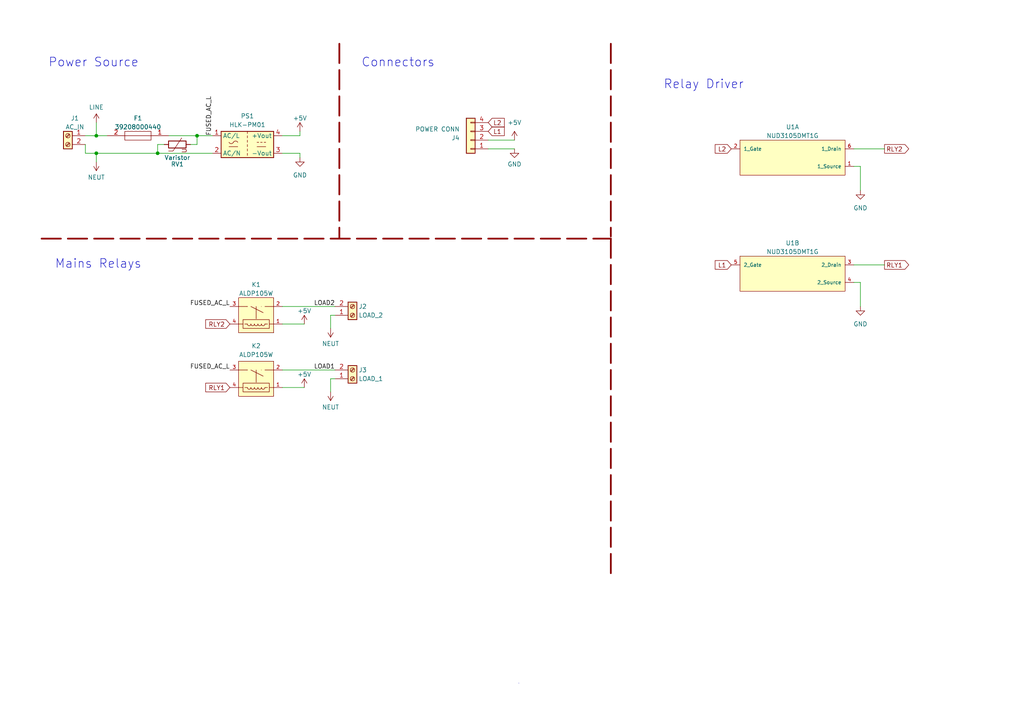
<source format=kicad_sch>
(kicad_sch (version 20210621) (generator eeschema)

  (uuid 2007ab68-364d-4df3-8ec7-a16509b70aef)

  (paper "A4")

  (lib_symbols
    (symbol "Connector:Screw_Terminal_01x02" (pin_names (offset 1.016) hide) (in_bom yes) (on_board yes)
      (property "Reference" "J" (id 0) (at 0 2.54 0)
        (effects (font (size 1.27 1.27)))
      )
      (property "Value" "Screw_Terminal_01x02" (id 1) (at 0 -5.08 0)
        (effects (font (size 1.27 1.27)))
      )
      (property "Footprint" "" (id 2) (at 0 0 0)
        (effects (font (size 1.27 1.27)) hide)
      )
      (property "Datasheet" "~" (id 3) (at 0 0 0)
        (effects (font (size 1.27 1.27)) hide)
      )
      (property "ki_keywords" "screw terminal" (id 4) (at 0 0 0)
        (effects (font (size 1.27 1.27)) hide)
      )
      (property "ki_description" "Generic screw terminal, single row, 01x02, script generated (kicad-library-utils/schlib/autogen/connector/)" (id 5) (at 0 0 0)
        (effects (font (size 1.27 1.27)) hide)
      )
      (property "ki_fp_filters" "TerminalBlock*:*" (id 6) (at 0 0 0)
        (effects (font (size 1.27 1.27)) hide)
      )
      (symbol "Screw_Terminal_01x02_1_1"
        (circle (center 0 -2.54) (radius 0.635) (stroke (width 0.1524)) (fill (type none)))
        (circle (center 0 0) (radius 0.635) (stroke (width 0.1524)) (fill (type none)))
        (rectangle (start -1.27 1.27) (end 1.27 -3.81)
          (stroke (width 0.254)) (fill (type background))
        )
        (polyline
          (pts
            (xy -0.5334 -2.2098)
            (xy 0.3302 -3.048)
          )
          (stroke (width 0.1524)) (fill (type none))
        )
        (polyline
          (pts
            (xy -0.5334 0.3302)
            (xy 0.3302 -0.508)
          )
          (stroke (width 0.1524)) (fill (type none))
        )
        (polyline
          (pts
            (xy -0.3556 -2.032)
            (xy 0.508 -2.8702)
          )
          (stroke (width 0.1524)) (fill (type none))
        )
        (polyline
          (pts
            (xy -0.3556 0.508)
            (xy 0.508 -0.3302)
          )
          (stroke (width 0.1524)) (fill (type none))
        )
        (pin passive line (at -5.08 0 0) (length 3.81)
          (name "Pin_1" (effects (font (size 1.27 1.27))))
          (number "1" (effects (font (size 1.27 1.27))))
        )
        (pin passive line (at -5.08 -2.54 0) (length 3.81)
          (name "Pin_2" (effects (font (size 1.27 1.27))))
          (number "2" (effects (font (size 1.27 1.27))))
        )
      )
    )
    (symbol "Connector_Generic:Conn_01x04" (pin_names (offset 1.016) hide) (in_bom yes) (on_board yes)
      (property "Reference" "J" (id 0) (at 0 5.08 0)
        (effects (font (size 1.27 1.27)))
      )
      (property "Value" "Conn_01x04" (id 1) (at 0 -7.62 0)
        (effects (font (size 1.27 1.27)))
      )
      (property "Footprint" "" (id 2) (at 0 0 0)
        (effects (font (size 1.27 1.27)) hide)
      )
      (property "Datasheet" "~" (id 3) (at 0 0 0)
        (effects (font (size 1.27 1.27)) hide)
      )
      (property "ki_keywords" "connector" (id 4) (at 0 0 0)
        (effects (font (size 1.27 1.27)) hide)
      )
      (property "ki_description" "Generic connector, single row, 01x04, script generated (kicad-library-utils/schlib/autogen/connector/)" (id 5) (at 0 0 0)
        (effects (font (size 1.27 1.27)) hide)
      )
      (property "ki_fp_filters" "Connector*:*_1x??_*" (id 6) (at 0 0 0)
        (effects (font (size 1.27 1.27)) hide)
      )
      (symbol "Conn_01x04_1_1"
        (rectangle (start -1.27 -4.953) (end 0 -5.207)
          (stroke (width 0.1524)) (fill (type none))
        )
        (rectangle (start -1.27 -2.413) (end 0 -2.667)
          (stroke (width 0.1524)) (fill (type none))
        )
        (rectangle (start -1.27 0.127) (end 0 -0.127)
          (stroke (width 0.1524)) (fill (type none))
        )
        (rectangle (start -1.27 2.667) (end 0 2.413)
          (stroke (width 0.1524)) (fill (type none))
        )
        (rectangle (start -1.27 3.81) (end 1.27 -6.35)
          (stroke (width 0.254)) (fill (type background))
        )
        (pin passive line (at -5.08 2.54 0) (length 3.81)
          (name "Pin_1" (effects (font (size 1.27 1.27))))
          (number "1" (effects (font (size 1.27 1.27))))
        )
        (pin passive line (at -5.08 0 0) (length 3.81)
          (name "Pin_2" (effects (font (size 1.27 1.27))))
          (number "2" (effects (font (size 1.27 1.27))))
        )
        (pin passive line (at -5.08 -2.54 0) (length 3.81)
          (name "Pin_3" (effects (font (size 1.27 1.27))))
          (number "3" (effects (font (size 1.27 1.27))))
        )
        (pin passive line (at -5.08 -5.08 0) (length 3.81)
          (name "Pin_4" (effects (font (size 1.27 1.27))))
          (number "4" (effects (font (size 1.27 1.27))))
        )
      )
    )
    (symbol "Converter_ACDC:HLK-PM01" (in_bom yes) (on_board yes)
      (property "Reference" "PS1" (id 0) (at 0 8.255 0)
        (effects (font (size 1.27 1.27)))
      )
      (property "Value" "HLK-PM01" (id 1) (at 0 5.715 0)
        (effects (font (size 1.27 1.27)))
      )
      (property "Footprint" "Converter_ACDC:Converter_ACDC_HiLink_HLK-PMxx" (id 2) (at 0 -7.62 0)
        (effects (font (size 1.27 1.27)) hide)
      )
      (property "Datasheet" "http://www.hlktech.net/product_detail.php?ProId=54" (id 3) (at 10.16 -8.89 0)
        (effects (font (size 1.27 1.27)) hide)
      )
      (property "ki_keywords" "AC/DC module power supply" (id 4) (at 0 0 0)
        (effects (font (size 1.27 1.27)) hide)
      )
      (property "ki_description" "Compact AC/DC board mount power module 3W 5V" (id 5) (at 0 0 0)
        (effects (font (size 1.27 1.27)) hide)
      )
      (property "ki_fp_filters" "Converter*ACDC*HiLink*HLK?PM*" (id 6) (at 0 0 0)
        (effects (font (size 1.27 1.27)) hide)
      )
      (symbol "HLK-PM01_0_1"
        (arc (start -5.334 0.635) (end -4.064 0.635) (radius (at -4.699 0.9652) (length 0.7112) (angles -152.5 -27.5))
          (stroke (width 0)) (fill (type none))
        )
        (arc (start -2.794 0.635) (end -4.064 0.635) (radius (at -3.429 0.2794) (length 0.7366) (angles 29.2 150.8))
          (stroke (width 0)) (fill (type none))
        )
        (rectangle (start -7.62 3.81) (end 7.62 -3.81)
          (stroke (width 0.254)) (fill (type background))
        )
        (polyline
          (pts
            (xy -5.334 -0.635)
            (xy -2.794 -0.635)
          )
          (stroke (width 0)) (fill (type none))
        )
        (polyline
          (pts
            (xy 0 -2.54)
            (xy 0 -3.175)
          )
          (stroke (width 0)) (fill (type none))
        )
        (polyline
          (pts
            (xy 0 -1.27)
            (xy 0 -1.905)
          )
          (stroke (width 0)) (fill (type none))
        )
        (polyline
          (pts
            (xy 0 0)
            (xy 0 -0.635)
          )
          (stroke (width 0)) (fill (type none))
        )
        (polyline
          (pts
            (xy 0 1.27)
            (xy 0 0.635)
          )
          (stroke (width 0)) (fill (type none))
        )
        (polyline
          (pts
            (xy 0 2.54)
            (xy 0 1.905)
          )
          (stroke (width 0)) (fill (type none))
        )
        (polyline
          (pts
            (xy 0 3.81)
            (xy 0 3.175)
          )
          (stroke (width 0)) (fill (type none))
        )
        (polyline
          (pts
            (xy 2.794 -0.635)
            (xy 5.334 -0.635)
          )
          (stroke (width 0)) (fill (type none))
        )
        (polyline
          (pts
            (xy 2.794 0.635)
            (xy 3.302 0.635)
          )
          (stroke (width 0)) (fill (type none))
        )
        (polyline
          (pts
            (xy 3.81 0.635)
            (xy 4.318 0.635)
          )
          (stroke (width 0)) (fill (type none))
        )
        (polyline
          (pts
            (xy 4.826 0.635)
            (xy 5.334 0.635)
          )
          (stroke (width 0)) (fill (type none))
        )
      )
      (symbol "HLK-PM01_1_1"
        (pin power_in line (at -10.16 2.54 0) (length 2.54)
          (name "AC/L" (effects (font (size 1.27 1.27))))
          (number "1" (effects (font (size 1.27 1.27))))
        )
        (pin power_in line (at -10.16 -2.54 0) (length 2.54)
          (name "AC/N" (effects (font (size 1.27 1.27))))
          (number "2" (effects (font (size 1.27 1.27))))
        )
        (pin passive line (at 10.16 -2.54 180) (length 2.54)
          (name "-Vout" (effects (font (size 1.27 1.27))))
          (number "3" (effects (font (size 1.27 1.27))))
        )
        (pin power_out line (at 10.16 2.54 180) (length 2.54)
          (name "+Vout" (effects (font (size 1.27 1.27))))
          (number "4" (effects (font (size 1.27 1.27))))
        )
      )
    )
    (symbol "Device:Varistor" (pin_numbers hide) (pin_names (offset 0)) (in_bom yes) (on_board yes)
      (property "Reference" "RV" (id 0) (at 3.175 0 90)
        (effects (font (size 1.27 1.27)))
      )
      (property "Value" "Varistor" (id 1) (at -3.175 0 90)
        (effects (font (size 1.27 1.27)))
      )
      (property "Footprint" "" (id 2) (at -1.778 0 90)
        (effects (font (size 1.27 1.27)) hide)
      )
      (property "Datasheet" "~" (id 3) (at 0 0 0)
        (effects (font (size 1.27 1.27)) hide)
      )
      (property "ki_keywords" "VDR resistance" (id 4) (at 0 0 0)
        (effects (font (size 1.27 1.27)) hide)
      )
      (property "ki_description" "Voltage dependent resistor" (id 5) (at 0 0 0)
        (effects (font (size 1.27 1.27)) hide)
      )
      (property "ki_fp_filters" "RV_* Varistor*" (id 6) (at 0 0 0)
        (effects (font (size 1.27 1.27)) hide)
      )
      (symbol "Varistor_0_0"
        (text "U" (at -1.778 -2.032 0)
          (effects (font (size 1.27 1.27)))
        )
      )
      (symbol "Varistor_0_1"
        (rectangle (start -1.016 -2.54) (end 1.016 2.54)
          (stroke (width 0.254)) (fill (type none))
        )
        (polyline
          (pts
            (xy -1.905 2.54)
            (xy -1.905 1.27)
            (xy 1.905 -1.27)
          )
          (stroke (width 0)) (fill (type none))
        )
      )
      (symbol "Varistor_1_1"
        (pin passive line (at 0 3.81 270) (length 1.27)
          (name "~" (effects (font (size 1.27 1.27))))
          (number "1" (effects (font (size 1.27 1.27))))
        )
        (pin passive line (at 0 -3.81 90) (length 1.27)
          (name "~" (effects (font (size 1.27 1.27))))
          (number "2" (effects (font (size 1.27 1.27))))
        )
      )
    )
    (symbol "Reptile_Monitor:NUD3105DMT1G" (pin_names (offset 1.016)) (in_bom yes) (on_board yes)
      (property "Reference" "U" (id 0) (at 0 5.08 0)
        (effects (font (size 1.27 1.27)) (justify left))
      )
      (property "Value" "NUD3105DMT1G" (id 1) (at 0 7.62 0)
        (effects (font (size 1.27 1.27)) (justify left))
      )
      (property "Footprint" "ON_Semi-318F-0-0-*" (id 2) (at 0 10.16 0)
        (effects (font (size 1.27 1.27)) (justify left) hide)
      )
      (property "Datasheet" "http://www.onsemi.com/pub_link/Collateral/NUD3105D-D.PDF" (id 3) (at 0 12.7 0)
        (effects (font (size 1.27 1.27)) (justify left) hide)
      )
      (property "Current - Output (Max)" "300mA" (id 4) (at 0 15.24 0)
        (effects (font (size 1.27 1.27)) (justify left) hide)
      )
      (property "Voltage - Load" "6V (Max)" (id 5) (at 0 17.78 0)
        (effects (font (size 1.27 1.27)) (justify left) hide)
      )
      (property "category" "IC" (id 6) (at 0 20.32 0)
        (effects (font (size 1.27 1.27)) (justify left) hide)
      )
      (property "digikey description" "IC INDCT LOAD DRVR DUAL SC74-6" (id 7) (at 0 22.86 0)
        (effects (font (size 1.27 1.27)) (justify left) hide)
      )
      (property "digikey part number" "NUD3105DMT1GOSCT-ND" (id 8) (at 0 25.4 0)
        (effects (font (size 1.27 1.27)) (justify left) hide)
      )
      (property "lead free" "yes" (id 9) (at 0 27.94 0)
        (effects (font (size 1.27 1.27)) (justify left) hide)
      )
      (property "library id" "2e5d76ba3a90d6c9" (id 10) (at 0 30.48 0)
        (effects (font (size 1.27 1.27)) (justify left) hide)
      )
      (property "manufacturer" "ON Semi" (id 11) (at 0 33.02 0)
        (effects (font (size 1.27 1.27)) (justify left) hide)
      )
      (property "mouser part number" "863-NUD3105DMT1G" (id 12) (at 0 35.56 0)
        (effects (font (size 1.27 1.27)) (justify left) hide)
      )
      (property "package" "SC-74-6" (id 13) (at 0 38.1 0)
        (effects (font (size 1.27 1.27)) (justify left) hide)
      )
      (property "rohs" "yes" (id 14) (at 0 40.64 0)
        (effects (font (size 1.27 1.27)) (justify left) hide)
      )
      (property "temperature range high" "+85°C" (id 15) (at 0 43.18 0)
        (effects (font (size 1.27 1.27)) (justify left) hide)
      )
      (property "temperature range low" "-40°C" (id 16) (at 0 45.72 0)
        (effects (font (size 1.27 1.27)) (justify left) hide)
      )
      (property "voltage" "6V" (id 17) (at 0 48.26 0)
        (effects (font (size 1.27 1.27)) (justify left) hide)
      )
      (property "ki_locked" "" (id 18) (at 0 0 0)
        (effects (font (size 1.27 1.27)))
      )
      (symbol "NUD3105DMT1G_1_1"
        (rectangle (start 5.08 2.54) (end 35.56 -7.62)
          (stroke (width 0)) (fill (type background))
        )
        (pin unspecified line (at 38.1 -5.08 180) (length 2.54)
          (name "1_Source" (effects (font (size 1.016 1.016))))
          (number "1" (effects (font (size 1.016 1.016))))
        )
        (pin unspecified line (at 2.54 0 0) (length 2.54)
          (name "1_Gate" (effects (font (size 1.016 1.016))))
          (number "2" (effects (font (size 1.016 1.016))))
        )
        (pin unspecified line (at 38.1 0 180) (length 2.54)
          (name "1_Drain" (effects (font (size 1.016 1.016))))
          (number "6" (effects (font (size 1.016 1.016))))
        )
      )
      (symbol "NUD3105DMT1G_2_1"
        (rectangle (start 5.08 2.54) (end 35.56 -7.62)
          (stroke (width 0)) (fill (type background))
        )
        (pin unspecified line (at 38.1 0 180) (length 2.54)
          (name "2_Drain" (effects (font (size 1.016 1.016))))
          (number "3" (effects (font (size 1.016 1.016))))
        )
        (pin unspecified line (at 38.1 -5.08 180) (length 2.54)
          (name "2_Source" (effects (font (size 1.016 1.016))))
          (number "4" (effects (font (size 1.016 1.016))))
        )
        (pin unspecified line (at 2.54 0 0) (length 2.54)
          (name "2_Gate" (effects (font (size 1.016 1.016))))
          (number "5" (effects (font (size 1.016 1.016))))
        )
      )
    )
    (symbol "SamacSys_Parts:39215000000" (pin_names (offset 0.762)) (in_bom yes) (on_board yes)
      (property "Reference" "F" (id 0) (at 13.97 6.35 0)
        (effects (font (size 1.27 1.27)) (justify left))
      )
      (property "Value" "39215000000" (id 1) (at 13.97 3.81 0)
        (effects (font (size 1.27 1.27)) (justify left))
      )
      (property "Footprint" "TO508P400X850X850-2P" (id 2) (at 13.97 1.27 0)
        (effects (font (size 1.27 1.27)) (justify left) hide)
      )
      (property "Datasheet" "https://componentsearchengine.com/Datasheets/1/39215000000.pdf" (id 3) (at 13.97 -1.27 0)
        (effects (font (size 1.27 1.27)) (justify left) hide)
      )
      (property "Description" "Fuses with Leads (Through Hole) 250V 5A IEC TL TE5" (id 4) (at 13.97 -3.81 0)
        (effects (font (size 1.27 1.27)) (justify left) hide)
      )
      (property "Height" "4" (id 5) (at 13.97 -6.35 0)
        (effects (font (size 1.27 1.27)) (justify left) hide)
      )
      (property "Mouser Part Number" "576-39215000000" (id 6) (at 13.97 -8.89 0)
        (effects (font (size 1.27 1.27)) (justify left) hide)
      )
      (property "Mouser Price/Stock" "https://www.mouser.com/Search/Refine.aspx?Keyword=576-39215000000" (id 7) (at 13.97 -11.43 0)
        (effects (font (size 1.27 1.27)) (justify left) hide)
      )
      (property "Manufacturer_Name" "LITTELFUSE" (id 8) (at 13.97 -13.97 0)
        (effects (font (size 1.27 1.27)) (justify left) hide)
      )
      (property "Manufacturer_Part_Number" "39215000000" (id 9) (at 13.97 -16.51 0)
        (effects (font (size 1.27 1.27)) (justify left) hide)
      )
      (property "ki_description" "Fuses with Leads (Through Hole) 250V 5A IEC TL TE5" (id 10) (at 0 0 0)
        (effects (font (size 1.27 1.27)) hide)
      )
      (symbol "39215000000_0_0"
        (pin passive line (at 0 0 0) (length 5.08)
          (name "~" (effects (font (size 1.27 1.27))))
          (number "1" (effects (font (size 1.27 1.27))))
        )
        (pin passive line (at 17.78 0 180) (length 5.08)
          (name "~" (effects (font (size 1.27 1.27))))
          (number "2" (effects (font (size 1.27 1.27))))
        )
      )
      (symbol "39215000000_0_1"
        (polyline
          (pts
            (xy 5.08 0)
            (xy 12.7 0)
          )
          (stroke (width 0.1524)) (fill (type none))
        )
        (polyline
          (pts
            (xy 5.08 1.27)
            (xy 12.7 1.27)
            (xy 12.7 -1.27)
            (xy 5.08 -1.27)
            (xy 5.08 1.27)
          )
          (stroke (width 0.1524)) (fill (type none))
        )
      )
    )
    (symbol "power:+5V" (power) (pin_names (offset 0)) (in_bom yes) (on_board yes)
      (property "Reference" "#PWR" (id 0) (at 0 -3.81 0)
        (effects (font (size 1.27 1.27)) hide)
      )
      (property "Value" "+5V" (id 1) (at 0 3.556 0)
        (effects (font (size 1.27 1.27)))
      )
      (property "Footprint" "" (id 2) (at 0 0 0)
        (effects (font (size 1.27 1.27)) hide)
      )
      (property "Datasheet" "" (id 3) (at 0 0 0)
        (effects (font (size 1.27 1.27)) hide)
      )
      (property "ki_keywords" "power-flag" (id 4) (at 0 0 0)
        (effects (font (size 1.27 1.27)) hide)
      )
      (property "ki_description" "Power symbol creates a global label with name \"+5V\"" (id 5) (at 0 0 0)
        (effects (font (size 1.27 1.27)) hide)
      )
      (symbol "+5V_0_1"
        (polyline
          (pts
            (xy -0.762 1.27)
            (xy 0 2.54)
          )
          (stroke (width 0)) (fill (type none))
        )
        (polyline
          (pts
            (xy 0 0)
            (xy 0 2.54)
          )
          (stroke (width 0)) (fill (type none))
        )
        (polyline
          (pts
            (xy 0 2.54)
            (xy 0.762 1.27)
          )
          (stroke (width 0)) (fill (type none))
        )
      )
      (symbol "+5V_1_1"
        (pin power_in line (at 0 0 90) (length 0) hide
          (name "+5V" (effects (font (size 1.27 1.27))))
          (number "1" (effects (font (size 1.27 1.27))))
        )
      )
    )
    (symbol "power:GND" (power) (pin_names (offset 0)) (in_bom yes) (on_board yes)
      (property "Reference" "#PWR" (id 0) (at 0 -6.35 0)
        (effects (font (size 1.27 1.27)) hide)
      )
      (property "Value" "GND" (id 1) (at 0 -3.81 0)
        (effects (font (size 1.27 1.27)))
      )
      (property "Footprint" "" (id 2) (at 0 0 0)
        (effects (font (size 1.27 1.27)) hide)
      )
      (property "Datasheet" "" (id 3) (at 0 0 0)
        (effects (font (size 1.27 1.27)) hide)
      )
      (property "ki_keywords" "power-flag" (id 4) (at 0 0 0)
        (effects (font (size 1.27 1.27)) hide)
      )
      (property "ki_description" "Power symbol creates a global label with name \"GND\" , ground" (id 5) (at 0 0 0)
        (effects (font (size 1.27 1.27)) hide)
      )
      (symbol "GND_0_1"
        (polyline
          (pts
            (xy 0 0)
            (xy 0 -1.27)
            (xy 1.27 -1.27)
            (xy 0 -2.54)
            (xy -1.27 -1.27)
            (xy 0 -1.27)
          )
          (stroke (width 0)) (fill (type none))
        )
      )
      (symbol "GND_1_1"
        (pin power_in line (at 0 0 270) (length 0) hide
          (name "GND" (effects (font (size 1.27 1.27))))
          (number "1" (effects (font (size 1.27 1.27))))
        )
      )
    )
    (symbol "power:LINE" (power) (pin_names (offset 0)) (in_bom yes) (on_board yes)
      (property "Reference" "#PWR" (id 0) (at 0 -3.81 0)
        (effects (font (size 1.27 1.27)) hide)
      )
      (property "Value" "LINE" (id 1) (at 0 3.81 0)
        (effects (font (size 1.27 1.27)))
      )
      (property "Footprint" "" (id 2) (at 0 0 0)
        (effects (font (size 1.27 1.27)) hide)
      )
      (property "Datasheet" "" (id 3) (at 0 0 0)
        (effects (font (size 1.27 1.27)) hide)
      )
      (property "ki_keywords" "power-flag" (id 4) (at 0 0 0)
        (effects (font (size 1.27 1.27)) hide)
      )
      (property "ki_description" "Power symbol creates a global label with name \"LINE\"" (id 5) (at 0 0 0)
        (effects (font (size 1.27 1.27)) hide)
      )
      (symbol "LINE_0_1"
        (polyline
          (pts
            (xy -0.762 1.27)
            (xy 0 2.54)
          )
          (stroke (width 0)) (fill (type none))
        )
        (polyline
          (pts
            (xy 0 0)
            (xy 0 2.54)
          )
          (stroke (width 0)) (fill (type none))
        )
        (polyline
          (pts
            (xy 0 2.54)
            (xy 0.762 1.27)
          )
          (stroke (width 0)) (fill (type none))
        )
      )
      (symbol "LINE_1_1"
        (pin power_in line (at 0 0 90) (length 0) hide
          (name "LINE" (effects (font (size 1.27 1.27))))
          (number "1" (effects (font (size 1.27 1.27))))
        )
      )
    )
    (symbol "power:NEUT" (power) (pin_names (offset 0)) (in_bom yes) (on_board yes)
      (property "Reference" "#PWR" (id 0) (at 0 -3.81 0)
        (effects (font (size 1.27 1.27)) hide)
      )
      (property "Value" "NEUT" (id 1) (at 0 3.81 0)
        (effects (font (size 1.27 1.27)))
      )
      (property "Footprint" "" (id 2) (at 0 0 0)
        (effects (font (size 1.27 1.27)) hide)
      )
      (property "Datasheet" "" (id 3) (at 0 0 0)
        (effects (font (size 1.27 1.27)) hide)
      )
      (property "ki_keywords" "power-flag" (id 4) (at 0 0 0)
        (effects (font (size 1.27 1.27)) hide)
      )
      (property "ki_description" "Power symbol creates a global label with name \"NEUT\"" (id 5) (at 0 0 0)
        (effects (font (size 1.27 1.27)) hide)
      )
      (symbol "NEUT_0_1"
        (polyline
          (pts
            (xy -0.762 1.27)
            (xy 0 2.54)
          )
          (stroke (width 0)) (fill (type none))
        )
        (polyline
          (pts
            (xy 0 0)
            (xy 0 2.54)
          )
          (stroke (width 0)) (fill (type none))
        )
        (polyline
          (pts
            (xy 0 2.54)
            (xy 0.762 1.27)
          )
          (stroke (width 0)) (fill (type none))
        )
      )
      (symbol "NEUT_1_1"
        (pin power_in line (at 0 0 90) (length 0) hide
          (name "NEUT" (effects (font (size 1.27 1.27))))
          (number "1" (effects (font (size 1.27 1.27))))
        )
      )
    )
    (symbol "reptile-monitor-power:ALDP105W" (pin_names (offset 1.016)) (in_bom yes) (on_board yes)
      (property "Reference" "K" (id 0) (at 0 5.08 0)
        (effects (font (size 1.27 1.27)) (justify left))
      )
      (property "Value" "ALDP105W" (id 1) (at 0 7.62 0)
        (effects (font (size 1.27 1.27)) (justify left))
      )
      (property "Footprint" "reptile-monitor-power:Panasonic-ALDP105W-Manufacturer_Recommended" (id 2) (at 0 10.16 0)
        (effects (font (size 1.27 1.27)) (justify left) hide)
      )
      (property "Datasheet" "http://www3.panasonic.biz/ac/e_download/control/relay/power/catalog/mech_eng_ldp.pdf?f_cd=300242" (id 3) (at 0 12.7 0)
        (effects (font (size 1.27 1.27)) (justify left) hide)
      )
      (property "Coil Voltage" "5 V" (id 4) (at 0 15.24 0)
        (effects (font (size 1.27 1.27)) (justify left) hide)
      )
      (property "Component Link 1 Description" "Manufacturer URL" (id 5) (at 0 17.78 0)
        (effects (font (size 1.27 1.27)) (justify left) hide)
      )
      (property "Component Link 1 URL" "http://www3.panasonic.biz/ac/ae/index.jsp" (id 6) (at 0 20.32 0)
        (effects (font (size 1.27 1.27)) (justify left) hide)
      )
      (property "Component Link 3 Description" "Package Specification" (id 7) (at 0 22.86 0)
        (effects (font (size 1.27 1.27)) (justify left) hide)
      )
      (property "Component Link 3 URL" "http://www3.panasonic.biz/ac/e_download/control/relay/power/catalog/mech_eng_ldp.pdf?f_cd=300242" (id 8) (at 0 25.4 0)
        (effects (font (size 1.27 1.27)) (justify left) hide)
      )
      (property "Datasheet Version" "201402-T" (id 9) (at 0 27.94 0)
        (effects (font (size 1.27 1.27)) (justify left) hide)
      )
      (property "Electrical Life" "2x10^5" (id 10) (at 0 30.48 0)
        (effects (font (size 1.27 1.27)) (justify left) hide)
      )
      (property "Max Switching Current" "5 A AC, 3 A DC" (id 11) (at 0 33.02 0)
        (effects (font (size 1.27 1.27)) (justify left) hide)
      )
      (property "Max Switching Voltage" "277 V AC, 30 V DC" (id 12) (at 0 35.56 0)
        (effects (font (size 1.27 1.27)) (justify left) hide)
      )
      (property "Mechanical LifeMinoperation" "5x10^6" (id 13) (at 0 38.1 0)
        (effects (font (size 1.27 1.27)) (justify left) hide)
      )
      (property "Mounting Technology" "Through Hole" (id 14) (at 0 40.64 0)
        (effects (font (size 1.27 1.27)) (justify left) hide)
      )
      (property "Nominal Operating Power" "200 mW" (id 15) (at 0 43.18 0)
        (effects (font (size 1.27 1.27)) (justify left) hide)
      )
      (property "Package Description" "4-Pin Through Hole Terminal Package, Body 20.5 x 7.2 mm" (id 16) (at 0 45.72 0)
        (effects (font (size 1.27 1.27)) (justify left) hide)
      )
      (property "Package Version" "ASCTB193E, 02/2014" (id 17) (at 0 48.26 0)
        (effects (font (size 1.27 1.27)) (justify left) hide)
      )
      (property "Packing" "Carton, Case" (id 18) (at 0 50.8 0)
        (effects (font (size 1.27 1.27)) (justify left) hide)
      )
      (property "Pb  Free" "true" (id 19) (at 0 53.34 0)
        (effects (font (size 1.27 1.27)) (justify left) hide)
      )
      (property "Series" "LD-P Relays" (id 20) (at 0 55.88 0)
        (effects (font (size 1.27 1.27)) (justify left) hide)
      )
      (property "category" "Relay" (id 21) (at 0 58.42 0)
        (effects (font (size 1.27 1.27)) (justify left) hide)
      )
      (property "ciiva ids" "4356012" (id 22) (at 0 60.96 0)
        (effects (font (size 1.27 1.27)) (justify left) hide)
      )
      (property "library id" "54a375f99aeb0b2c" (id 23) (at 0 63.5 0)
        (effects (font (size 1.27 1.27)) (justify left) hide)
      )
      (property "manufacturer" "Panasonic" (id 24) (at 0 66.04 0)
        (effects (font (size 1.27 1.27)) (justify left) hide)
      )
      (property "package" "LD-P-4-2050x720x1530" (id 25) (at 0 68.58 0)
        (effects (font (size 1.27 1.27)) (justify left) hide)
      )
      (property "release date" "1421726836" (id 26) (at 0 71.12 0)
        (effects (font (size 1.27 1.27)) (justify left) hide)
      )
      (property "vault revision" "454ADD16-59C6-4D2E-B291-852216FCC6FE" (id 27) (at 0 73.66 0)
        (effects (font (size 1.27 1.27)) (justify left) hide)
      )
      (property "imported" "yes" (id 28) (at 0 76.2 0)
        (effects (font (size 1.27 1.27)) (justify left) hide)
      )
      (symbol "ALDP105W_1_1"
        (arc (start 8.636 -5.08) (end 8.636 -5.08) (radius (at 8.128 -5.08) (length 0.508) (angles 0 0))
          (stroke (width 0)) (fill (type none))
        )
        (arc (start 8.636 0) (end 7.62 0) (radius (at 8.128 0) (length 0.508) (angles 0 179.9))
          (stroke (width 0)) (fill (type none))
        )
        (arc (start 9.652 0) (end 8.636 0) (radius (at 9.144 0) (length 0.508) (angles 0 179.9))
          (stroke (width 0)) (fill (type none))
        )
        (arc (start 10.668 0) (end 9.652 0) (radius (at 10.16 0) (length 0.508) (angles 0 179.9))
          (stroke (width 0)) (fill (type none))
        )
        (arc (start 11.684 0) (end 10.668 0) (radius (at 11.176 0) (length 0.508) (angles 0 179.9))
          (stroke (width 0)) (fill (type none))
        )
        (arc (start 12.7 -5.08) (end 12.7 -5.08) (radius (at 12.192 -5.08) (length 0.508) (angles 0 0))
          (stroke (width 0)) (fill (type none))
        )
        (arc (start 12.7 0) (end 11.684 0) (radius (at 12.192 0) (length 0.508) (angles 0 179.9))
          (stroke (width 0)) (fill (type none))
        )
        (rectangle (start 5.08 2.54) (end 15.24 -7.62)
          (stroke (width 0)) (fill (type background))
        )
        (rectangle (start 6.35 1.27) (end 13.97 -1.27)
          (stroke (width 0)) (fill (type background))
        )
        (polyline
          (pts
            (xy 5.08 0)
            (xy 6.35 0)
          )
          (stroke (width 0)) (fill (type none))
        )
        (polyline
          (pts
            (xy 6.858 0)
            (xy 7.62 0)
          )
          (stroke (width 0)) (fill (type none))
        )
        (polyline
          (pts
            (xy 7.62 -5.08)
            (xy 5.08 -5.08)
          )
          (stroke (width 0)) (fill (type none))
        )
        (polyline
          (pts
            (xy 8.128 -3.302)
            (xy 11.684 -5.08)
          )
          (stroke (width 0)) (fill (type none))
        )
        (polyline
          (pts
            (xy 10.16 -1.524)
            (xy 10.16 -5.08)
          )
          (stroke (width 0)) (fill (type none))
        )
        (polyline
          (pts
            (xy 12.7 -5.08)
            (xy 15.24 -5.08)
          )
          (stroke (width 0)) (fill (type none))
        )
        (polyline
          (pts
            (xy 12.7 0)
            (xy 13.462 0)
          )
          (stroke (width 0)) (fill (type none))
        )
        (polyline
          (pts
            (xy 13.97 0)
            (xy 15.24 0)
          )
          (stroke (width 0)) (fill (type none))
        )
        (pin passive line (at 2.54 0 0) (length 2.54)
          (name "1" (effects (font (size 0 0))))
          (number "1" (effects (font (size 1.016 1.016))))
        )
        (pin passive line (at 2.54 -5.08 0) (length 2.54)
          (name "NO" (effects (font (size 0 0))))
          (number "2" (effects (font (size 1.016 1.016))))
        )
        (pin passive line (at 17.78 -5.08 180) (length 2.54)
          (name "COM" (effects (font (size 0 0))))
          (number "3" (effects (font (size 1.016 1.016))))
        )
        (pin passive line (at 17.78 0 180) (length 2.54)
          (name "4" (effects (font (size 0 0))))
          (number "4" (effects (font (size 1.016 1.016))))
        )
      )
    )
  )

  (junction (at 27.94 39.37) (diameter 0.9144) (color 0 0 0 0))
  (junction (at 27.94 44.45) (diameter 0.9144) (color 0 0 0 0))
  (junction (at 45.72 44.45) (diameter 0.9144) (color 0 0 0 0))
  (junction (at 57.15 39.37) (diameter 0.9144) (color 0 0 0 0))

  (wire (pts (xy 24.765 39.37) (xy 27.94 39.37))
    (stroke (width 0) (type solid) (color 0 0 0 0))
    (uuid 9d999270-465e-443c-a2a7-0a28eeebc50c)
  )
  (wire (pts (xy 24.765 41.91) (xy 24.765 44.45))
    (stroke (width 0) (type solid) (color 0 0 0 0))
    (uuid f244d122-94fd-448d-99d2-2642ee6ed7ed)
  )
  (wire (pts (xy 24.765 44.45) (xy 27.94 44.45))
    (stroke (width 0) (type solid) (color 0 0 0 0))
    (uuid f69afcf7-55d6-49c2-b14a-1e50deb6b97a)
  )
  (wire (pts (xy 27.94 35.56) (xy 27.94 39.37))
    (stroke (width 0) (type solid) (color 0 0 0 0))
    (uuid 635ac8db-aeec-438d-b121-cfe2841417c1)
  )
  (wire (pts (xy 27.94 39.37) (xy 31.115 39.37))
    (stroke (width 0) (type solid) (color 0 0 0 0))
    (uuid c577331d-839c-4cb9-9c53-028445bfeddd)
  )
  (wire (pts (xy 27.94 44.45) (xy 45.72 44.45))
    (stroke (width 0) (type solid) (color 0 0 0 0))
    (uuid f69afcf7-55d6-49c2-b14a-1e50deb6b97a)
  )
  (wire (pts (xy 27.94 46.99) (xy 27.94 44.45))
    (stroke (width 0) (type solid) (color 0 0 0 0))
    (uuid 88a65f71-ccec-484f-b61f-4ebdf028b27a)
  )
  (wire (pts (xy 45.72 41.91) (xy 45.72 44.45))
    (stroke (width 0) (type solid) (color 0 0 0 0))
    (uuid 63368ec8-978c-48de-b5a9-526e435311c8)
  )
  (wire (pts (xy 45.72 44.45) (xy 61.595 44.45))
    (stroke (width 0) (type solid) (color 0 0 0 0))
    (uuid f69afcf7-55d6-49c2-b14a-1e50deb6b97a)
  )
  (wire (pts (xy 47.625 41.91) (xy 45.72 41.91))
    (stroke (width 0) (type solid) (color 0 0 0 0))
    (uuid 9da5a56e-794f-4b02-ae1e-ec18543dd3ca)
  )
  (wire (pts (xy 48.895 39.37) (xy 57.15 39.37))
    (stroke (width 0) (type solid) (color 0 0 0 0))
    (uuid c68fe58c-4792-4c63-9279-0112c321d5a5)
  )
  (wire (pts (xy 57.15 39.37) (xy 57.15 41.91))
    (stroke (width 0) (type solid) (color 0 0 0 0))
    (uuid 086ed5a0-5eb4-47d1-b52e-5d52f3984e25)
  )
  (wire (pts (xy 57.15 39.37) (xy 61.595 39.37))
    (stroke (width 0) (type solid) (color 0 0 0 0))
    (uuid 2f007b6f-54ed-4957-ac26-cc190b93fa81)
  )
  (wire (pts (xy 57.15 41.91) (xy 55.245 41.91))
    (stroke (width 0) (type solid) (color 0 0 0 0))
    (uuid 9137dc92-6a3b-4d4d-b586-8ffd0104c245)
  )
  (wire (pts (xy 81.915 39.37) (xy 86.995 39.37))
    (stroke (width 0) (type solid) (color 0 0 0 0))
    (uuid 4a946678-9aa5-42bb-adf9-c399c20062b5)
  )
  (wire (pts (xy 81.915 44.45) (xy 86.995 44.45))
    (stroke (width 0) (type solid) (color 0 0 0 0))
    (uuid 9d16f185-1604-4af5-9b7f-1341ac54c91e)
  )
  (wire (pts (xy 81.915 88.9) (xy 97.155 88.9))
    (stroke (width 0) (type solid) (color 0 0 0 0))
    (uuid 70b81f19-e9f8-45d2-a667-a00029d7debc)
  )
  (wire (pts (xy 81.915 93.98) (xy 88.265 93.98))
    (stroke (width 0) (type solid) (color 0 0 0 0))
    (uuid 1d1d057a-6f5e-4946-86fb-a7fa3846a882)
  )
  (wire (pts (xy 81.915 107.315) (xy 97.155 107.315))
    (stroke (width 0) (type solid) (color 0 0 0 0))
    (uuid 78c579da-6cf1-4a64-beb6-1d3dc1f4ae31)
  )
  (wire (pts (xy 81.915 112.395) (xy 88.265 112.395))
    (stroke (width 0) (type solid) (color 0 0 0 0))
    (uuid 64369016-b772-4c25-bd71-3c41b51f3ad3)
  )
  (wire (pts (xy 86.995 38.1) (xy 86.995 39.37))
    (stroke (width 0) (type solid) (color 0 0 0 0))
    (uuid a251281a-652b-4331-b2dd-ee1fd8001015)
  )
  (wire (pts (xy 86.995 44.45) (xy 86.995 45.72))
    (stroke (width 0) (type solid) (color 0 0 0 0))
    (uuid 0e0e709c-5cb3-4ce8-8413-710d705bd544)
  )
  (wire (pts (xy 95.885 91.44) (xy 97.155 91.44))
    (stroke (width 0) (type solid) (color 0 0 0 0))
    (uuid dd8a4b05-294e-4aaf-b0c7-93ff4128a3d8)
  )
  (wire (pts (xy 95.885 95.25) (xy 95.885 91.44))
    (stroke (width 0) (type solid) (color 0 0 0 0))
    (uuid dd8a4b05-294e-4aaf-b0c7-93ff4128a3d8)
  )
  (wire (pts (xy 95.885 109.855) (xy 95.885 113.665))
    (stroke (width 0) (type solid) (color 0 0 0 0))
    (uuid 79f68e6f-f1b1-41f5-a31b-ac47dcb07780)
  )
  (wire (pts (xy 97.155 109.855) (xy 95.885 109.855))
    (stroke (width 0) (type solid) (color 0 0 0 0))
    (uuid 79f68e6f-f1b1-41f5-a31b-ac47dcb07780)
  )
  (wire (pts (xy 141.605 40.64) (xy 149.225 40.64))
    (stroke (width 0) (type solid) (color 0 0 0 0))
    (uuid 0e12e3b0-9abd-4b1e-9f23-3b05b14b31da)
  )
  (wire (pts (xy 141.605 43.18) (xy 149.225 43.18))
    (stroke (width 0) (type solid) (color 0 0 0 0))
    (uuid ea73500a-09cf-43c4-b6a2-a25720526731)
  )
  (wire (pts (xy 247.65 43.18) (xy 256.54 43.18))
    (stroke (width 0) (type solid) (color 0 0 0 0))
    (uuid 6891c277-6f02-49f8-8513-b6c0df4e3d2a)
  )
  (wire (pts (xy 247.65 48.26) (xy 249.555 48.26))
    (stroke (width 0) (type solid) (color 0 0 0 0))
    (uuid 98ca9943-4d9f-4656-95fc-023e5971e402)
  )
  (wire (pts (xy 247.65 76.835) (xy 256.54 76.835))
    (stroke (width 0) (type solid) (color 0 0 0 0))
    (uuid 40bede40-ec58-4d40-820c-f57a07df2ec4)
  )
  (wire (pts (xy 247.65 81.915) (xy 249.555 81.915))
    (stroke (width 0) (type solid) (color 0 0 0 0))
    (uuid bbfda308-ea80-46e6-b61d-1e59438b53b6)
  )
  (wire (pts (xy 249.555 48.26) (xy 249.555 55.245))
    (stroke (width 0) (type solid) (color 0 0 0 0))
    (uuid b0c41a1a-9d57-4611-957e-2edce44bae0f)
  )
  (wire (pts (xy 249.555 81.915) (xy 249.555 88.9))
    (stroke (width 0) (type solid) (color 0 0 0 0))
    (uuid 9b054b2c-d514-45cd-bd39-c521b7eacb8d)
  )
  (polyline (pts (xy 12.065 69.215) (xy 177.165 69.215))
    (stroke (width 0.508) (type dash) (color 132 0 0 1))
    (uuid b36af30d-1ba4-446b-8568-3cb1f5c252e2)
  )
  (polyline (pts (xy 98.425 12.7) (xy 98.425 69.215))
    (stroke (width 0.508) (type dash) (color 132 0 0 1))
    (uuid a6b65d02-93ae-4bd5-9f9c-f733f3b19188)
  )
  (polyline (pts (xy 150.495 198.12) (xy 150.495 198.12))
    (stroke (width 0) (type dash) (color 0 0 0 0))
    (uuid 6a99ef78-6c80-4245-a25b-1cd814b03b89)
  )
  (polyline (pts (xy 177.165 12.7) (xy 177.165 68.58))
    (stroke (width 0.508) (type dash) (color 132 0 0 1))
    (uuid e6452db6-92f2-4fc8-b3a9-ea2f6a4538b4)
  )
  (polyline (pts (xy 177.165 69.215) (xy 177.165 166.624))
    (stroke (width 0.508) (type dash) (color 132 0 0 1))
    (uuid 9b85fcc7-6127-4f43-bbaf-6d7847f281fa)
  )

  (text "Power Source" (at 13.97 19.685 0)
    (effects (font (size 2.54 2.54)) (justify left bottom))
    (uuid 543926c0-2dbf-4cf3-8755-981547c46e97)
  )
  (text "Mains Relays" (at 15.875 78.105 0)
    (effects (font (size 2.54 2.54)) (justify left bottom))
    (uuid 7cfe507a-580d-4118-9324-ca06f2876044)
  )
  (text "Connectors" (at 104.775 19.685 0)
    (effects (font (size 2.54 2.54)) (justify left bottom))
    (uuid f9fb8ddd-7fc2-455b-a3a4-0cb7f4aea17e)
  )
  (text "Relay Driver" (at 192.405 26.035 0)
    (effects (font (size 2.54 2.54)) (justify left bottom))
    (uuid faeb32ed-537f-4a04-a15a-88d12c293a19)
  )

  (label "FUSED_AC_L" (at 61.595 39.37 90)
    (effects (font (size 1.27 1.27)) (justify left bottom))
    (uuid 97b7a952-02fa-49d6-8a83-59c4eaa277d4)
  )
  (label "FUSED_AC_L" (at 66.675 88.9 180)
    (effects (font (size 1.27 1.27)) (justify right bottom))
    (uuid 00dc8779-339f-4486-8b27-23a03547f9a9)
  )
  (label "FUSED_AC_L" (at 66.675 107.315 180)
    (effects (font (size 1.27 1.27)) (justify right bottom))
    (uuid f3f9f114-e6dc-435f-ade6-fa6ec50255bf)
  )
  (label "LOAD2" (at 97.155 88.9 180)
    (effects (font (size 1.27 1.27)) (justify right bottom))
    (uuid 0b219279-3791-410a-b592-0a5dbc14bde6)
  )
  (label "LOAD1" (at 97.155 107.315 180)
    (effects (font (size 1.27 1.27)) (justify right bottom))
    (uuid f026bc27-9d8f-4d40-9912-37a99e6b6b51)
  )

  (global_label "RLY2" (shape input) (at 66.675 93.98 180) (fields_autoplaced)
    (effects (font (size 1.27 1.27)) (justify right))
    (uuid 38254b9e-ddc3-4127-bd84-0c61f4db4fba)
    (property "Intersheet References" "${INTERSHEET_REFS}" (id 0) (at 59.6657 93.9006 0)
      (effects (font (size 1.27 1.27)) (justify right) hide)
    )
  )
  (global_label "RLY1" (shape input) (at 66.675 112.395 180) (fields_autoplaced)
    (effects (font (size 1.27 1.27)) (justify right))
    (uuid 56f4dfd8-93b2-46ae-8acc-b841f0c5f628)
    (property "Intersheet References" "${INTERSHEET_REFS}" (id 0) (at 59.6657 112.3156 0)
      (effects (font (size 1.27 1.27)) (justify right) hide)
    )
  )
  (global_label "L2" (shape input) (at 141.605 35.56 0) (fields_autoplaced)
    (effects (font (size 1.27 1.27)) (justify left))
    (uuid 7742a939-60a2-45ef-99ee-8e59f9d59676)
    (property "Intersheet References" "${INTERSHEET_REFS}" (id 0) (at 146.2557 35.6394 0)
      (effects (font (size 1.27 1.27)) (justify left) hide)
    )
  )
  (global_label "L1" (shape input) (at 141.605 38.1 0) (fields_autoplaced)
    (effects (font (size 1.27 1.27)) (justify left))
    (uuid 29f0386b-c5d0-4144-96d9-a5223fcf770d)
    (property "Intersheet References" "${INTERSHEET_REFS}" (id 0) (at 146.2557 38.1794 0)
      (effects (font (size 1.27 1.27)) (justify left) hide)
    )
  )
  (global_label "L2" (shape input) (at 212.09 43.18 180) (fields_autoplaced)
    (effects (font (size 1.27 1.27)) (justify right))
    (uuid f762560e-a86e-41a2-8334-01645899bd95)
    (property "Intersheet References" "${INTERSHEET_REFS}" (id 0) (at 207.4393 43.1006 0)
      (effects (font (size 1.27 1.27)) (justify right) hide)
    )
  )
  (global_label "L1" (shape input) (at 212.09 76.835 180) (fields_autoplaced)
    (effects (font (size 1.27 1.27)) (justify right))
    (uuid 9579f2f6-7ba1-402d-96ac-aa4ff0cfcb53)
    (property "Intersheet References" "${INTERSHEET_REFS}" (id 0) (at 207.4393 76.7556 0)
      (effects (font (size 1.27 1.27)) (justify right) hide)
    )
  )
  (global_label "RLY2" (shape output) (at 256.54 43.18 0) (fields_autoplaced)
    (effects (font (size 1.27 1.27)) (justify left))
    (uuid 1d5bc1f4-d2b0-4ae1-a31a-d0862e88c9e5)
    (property "Intersheet References" "${INTERSHEET_REFS}" (id 0) (at 263.5493 43.1006 0)
      (effects (font (size 1.27 1.27)) (justify left) hide)
    )
  )
  (global_label "RLY1" (shape output) (at 256.54 76.835 0) (fields_autoplaced)
    (effects (font (size 1.27 1.27)) (justify left))
    (uuid 04ec5474-0509-4f1e-803d-92c6edad3991)
    (property "Intersheet References" "${INTERSHEET_REFS}" (id 0) (at 263.5493 76.7556 0)
      (effects (font (size 1.27 1.27)) (justify left) hide)
    )
  )

  (symbol (lib_id "power:LINE") (at 27.94 35.56 0) (unit 1)
    (in_bom yes) (on_board yes) (fields_autoplaced)
    (uuid 6ab322fc-e54b-4054-b14d-3dd475c495d0)
    (property "Reference" "#PWR0109" (id 0) (at 27.94 39.37 0)
      (effects (font (size 1.27 1.27)) hide)
    )
    (property "Value" "LINE" (id 1) (at 27.94 31.115 0))
    (property "Footprint" "" (id 2) (at 27.94 35.56 0)
      (effects (font (size 1.27 1.27)) hide)
    )
    (property "Datasheet" "" (id 3) (at 27.94 35.56 0)
      (effects (font (size 1.27 1.27)) hide)
    )
    (pin "1" (uuid 0336b4f9-896b-4366-b5c1-b4189153ab32))
  )

  (symbol (lib_id "power:NEUT") (at 27.94 46.99 180) (unit 1)
    (in_bom yes) (on_board yes) (fields_autoplaced)
    (uuid b945a6c1-4488-413f-ac82-1a0f91401672)
    (property "Reference" "#PWR0110" (id 0) (at 27.94 43.18 0)
      (effects (font (size 1.27 1.27)) hide)
    )
    (property "Value" "NEUT" (id 1) (at 27.94 51.435 0))
    (property "Footprint" "" (id 2) (at 27.94 46.99 0)
      (effects (font (size 1.27 1.27)) hide)
    )
    (property "Datasheet" "" (id 3) (at 27.94 46.99 0)
      (effects (font (size 1.27 1.27)) hide)
    )
    (pin "1" (uuid aee2bdf2-ded9-458a-99ec-d2262df34b0c))
  )

  (symbol (lib_id "power:+5V") (at 86.995 38.1 0) (unit 1)
    (in_bom yes) (on_board yes) (fields_autoplaced)
    (uuid 1c8e9fe2-a100-460c-bf6f-a2c62eee11f3)
    (property "Reference" "#PWR0102" (id 0) (at 86.995 41.91 0)
      (effects (font (size 1.27 1.27)) hide)
    )
    (property "Value" "+5V" (id 1) (at 86.995 34.29 0))
    (property "Footprint" "" (id 2) (at 86.995 38.1 0)
      (effects (font (size 1.27 1.27)) hide)
    )
    (property "Datasheet" "" (id 3) (at 86.995 38.1 0)
      (effects (font (size 1.27 1.27)) hide)
    )
    (pin "1" (uuid 29bad860-e4c2-40a8-b4dc-f897e206492c))
  )

  (symbol (lib_id "power:+5V") (at 88.265 93.98 0) (unit 1)
    (in_bom yes) (on_board yes) (fields_autoplaced)
    (uuid b153caa5-56b8-41a4-aedd-c0e5d8a29147)
    (property "Reference" "#PWR0105" (id 0) (at 88.265 97.79 0)
      (effects (font (size 1.27 1.27)) hide)
    )
    (property "Value" "+5V" (id 1) (at 88.265 90.17 0))
    (property "Footprint" "" (id 2) (at 88.265 93.98 0)
      (effects (font (size 1.27 1.27)) hide)
    )
    (property "Datasheet" "" (id 3) (at 88.265 93.98 0)
      (effects (font (size 1.27 1.27)) hide)
    )
    (pin "1" (uuid 6e5f9da3-94a7-45ad-ae9f-a6bab0ada7b1))
  )

  (symbol (lib_id "power:+5V") (at 88.265 112.395 0) (unit 1)
    (in_bom yes) (on_board yes) (fields_autoplaced)
    (uuid 66a83605-9a2c-4870-844e-0120fe3bb9e8)
    (property "Reference" "#PWR0108" (id 0) (at 88.265 116.205 0)
      (effects (font (size 1.27 1.27)) hide)
    )
    (property "Value" "+5V" (id 1) (at 88.265 108.585 0))
    (property "Footprint" "" (id 2) (at 88.265 112.395 0)
      (effects (font (size 1.27 1.27)) hide)
    )
    (property "Datasheet" "" (id 3) (at 88.265 112.395 0)
      (effects (font (size 1.27 1.27)) hide)
    )
    (pin "1" (uuid d9115ced-5bbe-47aa-9b4f-9998494a3f7a))
  )

  (symbol (lib_id "power:NEUT") (at 95.885 95.25 180) (unit 1)
    (in_bom yes) (on_board yes) (fields_autoplaced)
    (uuid 820991c1-2982-4c4f-9a44-4d1510c085e8)
    (property "Reference" "#PWR0112" (id 0) (at 95.885 91.44 0)
      (effects (font (size 1.27 1.27)) hide)
    )
    (property "Value" "NEUT" (id 1) (at 95.885 99.695 0))
    (property "Footprint" "" (id 2) (at 95.885 95.25 0)
      (effects (font (size 1.27 1.27)) hide)
    )
    (property "Datasheet" "" (id 3) (at 95.885 95.25 0)
      (effects (font (size 1.27 1.27)) hide)
    )
    (pin "1" (uuid ac9d0d51-846e-4e32-b0eb-51461a0665fe))
  )

  (symbol (lib_id "power:NEUT") (at 95.885 113.665 180) (unit 1)
    (in_bom yes) (on_board yes) (fields_autoplaced)
    (uuid efadadb7-aec5-4331-a378-2110c1c40cc4)
    (property "Reference" "#PWR0111" (id 0) (at 95.885 109.855 0)
      (effects (font (size 1.27 1.27)) hide)
    )
    (property "Value" "NEUT" (id 1) (at 95.885 118.11 0))
    (property "Footprint" "" (id 2) (at 95.885 113.665 0)
      (effects (font (size 1.27 1.27)) hide)
    )
    (property "Datasheet" "" (id 3) (at 95.885 113.665 0)
      (effects (font (size 1.27 1.27)) hide)
    )
    (pin "1" (uuid 89df789a-eda9-4c8a-8314-0f839d2c0299))
  )

  (symbol (lib_id "power:+5V") (at 149.225 40.64 0) (unit 1)
    (in_bom yes) (on_board yes) (fields_autoplaced)
    (uuid ee3581f0-b101-4893-a8d0-850cef93d03e)
    (property "Reference" "#PWR0106" (id 0) (at 149.225 44.45 0)
      (effects (font (size 1.27 1.27)) hide)
    )
    (property "Value" "+5V" (id 1) (at 149.225 35.56 0))
    (property "Footprint" "" (id 2) (at 149.225 40.64 0)
      (effects (font (size 1.27 1.27)) hide)
    )
    (property "Datasheet" "" (id 3) (at 149.225 40.64 0)
      (effects (font (size 1.27 1.27)) hide)
    )
    (pin "1" (uuid 4c6225c8-b02f-430a-8080-c6bbc62574f5))
  )

  (symbol (lib_id "power:GND") (at 86.995 45.72 0) (unit 1)
    (in_bom yes) (on_board yes) (fields_autoplaced)
    (uuid 478cb0eb-6cfd-4c12-9313-b0500d98dfcd)
    (property "Reference" "#PWR0103" (id 0) (at 86.995 52.07 0)
      (effects (font (size 1.27 1.27)) hide)
    )
    (property "Value" "GND" (id 1) (at 86.995 50.8 0))
    (property "Footprint" "" (id 2) (at 86.995 45.72 0)
      (effects (font (size 1.27 1.27)) hide)
    )
    (property "Datasheet" "" (id 3) (at 86.995 45.72 0)
      (effects (font (size 1.27 1.27)) hide)
    )
    (pin "1" (uuid 78a5e2cd-c86e-47fe-92ab-25e54b5e58fb))
  )

  (symbol (lib_id "power:GND") (at 149.225 43.18 0) (unit 1)
    (in_bom yes) (on_board yes)
    (uuid e3708300-e8be-4ae9-b760-d400bb0165c1)
    (property "Reference" "#PWR0101" (id 0) (at 149.225 49.53 0)
      (effects (font (size 1.27 1.27)) hide)
    )
    (property "Value" "GND" (id 1) (at 149.225 47.625 0))
    (property "Footprint" "" (id 2) (at 149.225 43.18 0)
      (effects (font (size 1.27 1.27)) hide)
    )
    (property "Datasheet" "" (id 3) (at 149.225 43.18 0)
      (effects (font (size 1.27 1.27)) hide)
    )
    (pin "1" (uuid e2efe10f-06e9-498e-b076-1677af89453b))
  )

  (symbol (lib_id "power:GND") (at 249.555 55.245 0) (unit 1)
    (in_bom yes) (on_board yes) (fields_autoplaced)
    (uuid 9ec27fc3-96e2-4ec6-8d6c-eb8f7c1c9b1e)
    (property "Reference" "#PWR0107" (id 0) (at 249.555 61.595 0)
      (effects (font (size 1.27 1.27)) hide)
    )
    (property "Value" "GND" (id 1) (at 249.555 60.325 0))
    (property "Footprint" "" (id 2) (at 249.555 55.245 0)
      (effects (font (size 1.27 1.27)) hide)
    )
    (property "Datasheet" "" (id 3) (at 249.555 55.245 0)
      (effects (font (size 1.27 1.27)) hide)
    )
    (pin "1" (uuid bc51990b-430e-4d90-88c8-0800accaf885))
  )

  (symbol (lib_id "power:GND") (at 249.555 88.9 0) (unit 1)
    (in_bom yes) (on_board yes) (fields_autoplaced)
    (uuid ae2cacee-9d27-4616-9039-e480b049ea05)
    (property "Reference" "#PWR0104" (id 0) (at 249.555 95.25 0)
      (effects (font (size 1.27 1.27)) hide)
    )
    (property "Value" "GND" (id 1) (at 249.555 93.98 0))
    (property "Footprint" "" (id 2) (at 249.555 88.9 0)
      (effects (font (size 1.27 1.27)) hide)
    )
    (property "Datasheet" "" (id 3) (at 249.555 88.9 0)
      (effects (font (size 1.27 1.27)) hide)
    )
    (pin "1" (uuid e10852b7-175e-4240-bb24-52d7d8f3a18f))
  )

  (symbol (lib_id "Connector:Screw_Terminal_01x02") (at 19.685 39.37 0) (mirror y) (unit 1)
    (in_bom yes) (on_board yes) (fields_autoplaced)
    (uuid b1c76bd5-4103-49d9-9263-d65f3e68d243)
    (property "Reference" "J1" (id 0) (at 21.717 34.29 0))
    (property "Value" "AC_IN" (id 1) (at 21.717 36.83 0))
    (property "Footprint" "reptile-monitor-power:TE Connectivity PC Terminal Block 128340212" (id 2) (at 19.685 39.37 0)
      (effects (font (size 1.27 1.27)) hide)
    )
    (property "Datasheet" "~" (id 3) (at 19.685 39.37 0)
      (effects (font (size 1.27 1.27)) hide)
    )
    (pin "1" (uuid f0db2ce0-5276-44b6-9453-995d6fe13100))
    (pin "2" (uuid 8fd042e4-4b51-4fda-a3ca-4a328589fc54))
  )

  (symbol (lib_id "Connector:Screw_Terminal_01x02") (at 102.235 91.44 0) (mirror x) (unit 1)
    (in_bom yes) (on_board yes)
    (uuid dfdc75d1-1c52-4480-9f16-a64c1f1a624d)
    (property "Reference" "J2" (id 0) (at 104.013 88.9 0)
      (effects (font (size 1.27 1.27)) (justify left))
    )
    (property "Value" "LOAD_2" (id 1) (at 104.013 91.44 0)
      (effects (font (size 1.27 1.27)) (justify left))
    )
    (property "Footprint" "reptile-monitor-power:TE Connectivity PC Terminal Block 128340212" (id 2) (at 102.235 91.44 0)
      (effects (font (size 1.27 1.27)) hide)
    )
    (property "Datasheet" "~" (id 3) (at 102.235 91.44 0)
      (effects (font (size 1.27 1.27)) hide)
    )
    (pin "1" (uuid b24ebd14-fde2-4a51-9691-ea8c9091b66b))
    (pin "2" (uuid 8c08c61d-2235-4a20-9e3c-b6b84a64749b))
  )

  (symbol (lib_id "Connector:Screw_Terminal_01x02") (at 102.235 109.855 0) (mirror x) (unit 1)
    (in_bom yes) (on_board yes)
    (uuid b80ad536-9d44-457f-ae45-467e55d21e7b)
    (property "Reference" "J3" (id 0) (at 104.013 107.315 0)
      (effects (font (size 1.27 1.27)) (justify left))
    )
    (property "Value" "LOAD_1" (id 1) (at 104.013 109.855 0)
      (effects (font (size 1.27 1.27)) (justify left))
    )
    (property "Footprint" "reptile-monitor-power:TE Connectivity PC Terminal Block 128340212" (id 2) (at 102.235 109.855 0)
      (effects (font (size 1.27 1.27)) hide)
    )
    (property "Datasheet" "~" (id 3) (at 102.235 109.855 0)
      (effects (font (size 1.27 1.27)) hide)
    )
    (pin "1" (uuid 959300db-8a5f-432c-92c4-7768f165b5af))
    (pin "2" (uuid 19b41750-9379-4731-98ae-154280d04124))
  )

  (symbol (lib_id "Device:Varistor") (at 51.435 41.91 90) (unit 1)
    (in_bom yes) (on_board yes)
    (uuid bc4c5b99-7501-44d0-833b-04f8a03ba133)
    (property "Reference" "RV1" (id 0) (at 51.435 47.625 90))
    (property "Value" "Varistor" (id 1) (at 51.435 45.72 90))
    (property "Footprint" "reptile-monitor-power:RV_Disc_D7mm_W3.4mm_P5mm" (id 2) (at 51.435 43.688 90)
      (effects (font (size 1.27 1.27)) hide)
    )
    (property "Datasheet" "~" (id 3) (at 51.435 41.91 0)
      (effects (font (size 1.27 1.27)) hide)
    )
    (pin "1" (uuid dd7351ee-3453-4fcd-a2df-8d351988bea1))
    (pin "2" (uuid 640b44e3-8ec4-4551-81f0-a5adee3edb74))
  )

  (symbol (lib_id "SamacSys_Parts:39215000000") (at 48.895 39.37 0) (mirror y) (unit 1)
    (in_bom yes) (on_board yes) (fields_autoplaced)
    (uuid 65937042-b870-4bb1-8295-d42aeb83a7dc)
    (property "Reference" "F1" (id 0) (at 40.005 34.29 0))
    (property "Value" "39208000440" (id 1) (at 40.005 36.83 0))
    (property "Footprint" "reptile-monitor-power:TO508P400X850X850-2P" (id 2) (at 34.925 38.1 0)
      (effects (font (size 1.27 1.27)) (justify left) hide)
    )
    (property "Datasheet" "https://componentsearchengine.com/Datasheets/1/39215000440.pdf" (id 3) (at 34.925 40.64 0)
      (effects (font (size 1.27 1.27)) (justify left) hide)
    )
    (property "Description" "Fuses with Leads (Through Hole) 250V 5A IEC TL TE5" (id 4) (at 34.925 43.18 0)
      (effects (font (size 1.27 1.27)) (justify left) hide)
    )
    (property "Height" "4" (id 5) (at 34.925 45.72 0)
      (effects (font (size 1.27 1.27)) (justify left) hide)
    )
    (property "Mouser Part Number" "576-39208000440" (id 6) (at 34.925 48.26 0)
      (effects (font (size 1.27 1.27)) (justify left) hide)
    )
    (property "Mouser Price/Stock" "https://www.mouser.com/Search/Refine.aspx?Keyword=576-39215000000" (id 7) (at 34.925 50.8 0)
      (effects (font (size 1.27 1.27)) (justify left) hide)
    )
    (property "Manufacturer_Name" "LITTELFUSE" (id 8) (at 34.925 53.34 0)
      (effects (font (size 1.27 1.27)) (justify left) hide)
    )
    (property "Manufacturer_Part_Number" "39208000440" (id 9) (at 34.925 55.88 0)
      (effects (font (size 1.27 1.27)) (justify left) hide)
    )
    (pin "1" (uuid eb65c632-5c8b-4228-ad2e-e18d4ea56f12))
    (pin "2" (uuid 42972f21-ac26-47d8-9a28-abfdd3fc5ca3))
  )

  (symbol (lib_id "Connector_Generic:Conn_01x04") (at 136.525 40.64 180) (unit 1)
    (in_bom yes) (on_board yes) (fields_autoplaced)
    (uuid f7417c66-6cf1-4a1c-906a-bac3e603a63d)
    (property "Reference" "J4" (id 0) (at 133.35 40.0051 0)
      (effects (font (size 1.27 1.27)) (justify left))
    )
    (property "Value" "POWER CONN" (id 1) (at 133.35 37.4651 0)
      (effects (font (size 1.27 1.27)) (justify left))
    )
    (property "Footprint" "reptile-monitor-power:PinHeader_1x04_P2.54mm_Vertical" (id 2) (at 136.525 40.64 0)
      (effects (font (size 1.27 1.27)) hide)
    )
    (property "Datasheet" "~" (id 3) (at 136.525 40.64 0)
      (effects (font (size 1.27 1.27)) hide)
    )
    (pin "1" (uuid 87e1c507-73fd-4743-81de-5513f72022b6))
    (pin "2" (uuid 10db4512-d489-4ddf-b872-c4b2f17407ee))
    (pin "3" (uuid 80d75a1f-32ae-4626-a585-d56e7914acd7))
    (pin "4" (uuid 3a6ad372-7826-4f10-be1a-0ab189cfd92c))
  )

  (symbol (lib_id "reptile-monitor-power:ALDP105W") (at 84.455 93.98 180) (unit 1)
    (in_bom yes) (on_board yes) (fields_autoplaced)
    (uuid 70a37dcc-1d6f-4c53-acc5-ce6d37b633d7)
    (property "Reference" "K1" (id 0) (at 74.295 82.55 0))
    (property "Value" "ALDP105W" (id 1) (at 74.295 85.09 0))
    (property "Footprint" "reptile-monitor-power:Panasonic-ALDP105W-Manufacturer_Recommended" (id 2) (at 84.455 104.14 0)
      (effects (font (size 1.27 1.27)) (justify left) hide)
    )
    (property "Datasheet" "http://www3.panasonic.biz/ac/e_download/control/relay/power/catalog/mech_eng_ldp.pdf?f_cd=300242" (id 3) (at 84.455 106.68 0)
      (effects (font (size 1.27 1.27)) (justify left) hide)
    )
    (property "Coil Voltage" "5 V" (id 4) (at 84.455 109.22 0)
      (effects (font (size 1.27 1.27)) (justify left) hide)
    )
    (property "Component Link 1 Description" "Manufacturer URL" (id 5) (at 84.455 111.76 0)
      (effects (font (size 1.27 1.27)) (justify left) hide)
    )
    (property "Component Link 1 URL" "http://www3.panasonic.biz/ac/ae/index.jsp" (id 6) (at 84.455 114.3 0)
      (effects (font (size 1.27 1.27)) (justify left) hide)
    )
    (property "Component Link 3 Description" "Package Specification" (id 7) (at 84.455 116.84 0)
      (effects (font (size 1.27 1.27)) (justify left) hide)
    )
    (property "Component Link 3 URL" "http://www3.panasonic.biz/ac/e_download/control/relay/power/catalog/mech_eng_ldp.pdf?f_cd=300242" (id 8) (at 84.455 119.38 0)
      (effects (font (size 1.27 1.27)) (justify left) hide)
    )
    (property "Datasheet Version" "201402-T" (id 9) (at 84.455 121.92 0)
      (effects (font (size 1.27 1.27)) (justify left) hide)
    )
    (property "Electrical Life" "2x10^5" (id 10) (at 84.455 124.46 0)
      (effects (font (size 1.27 1.27)) (justify left) hide)
    )
    (property "Max Switching Current" "5 A AC, 3 A DC" (id 11) (at 84.455 127 0)
      (effects (font (size 1.27 1.27)) (justify left) hide)
    )
    (property "Max Switching Voltage" "277 V AC, 30 V DC" (id 12) (at 84.455 129.54 0)
      (effects (font (size 1.27 1.27)) (justify left) hide)
    )
    (property "Mechanical LifeMinoperation" "5x10^6" (id 13) (at 84.455 132.08 0)
      (effects (font (size 1.27 1.27)) (justify left) hide)
    )
    (property "Mounting Technology" "Through Hole" (id 14) (at 84.455 134.62 0)
      (effects (font (size 1.27 1.27)) (justify left) hide)
    )
    (property "Nominal Operating Power" "200 mW" (id 15) (at 84.455 137.16 0)
      (effects (font (size 1.27 1.27)) (justify left) hide)
    )
    (property "Package Description" "4-Pin Through Hole Terminal Package, Body 20.5 x 7.2 mm" (id 16) (at 84.455 139.7 0)
      (effects (font (size 1.27 1.27)) (justify left) hide)
    )
    (property "Package Version" "ASCTB193E, 02/2014" (id 17) (at 84.455 142.24 0)
      (effects (font (size 1.27 1.27)) (justify left) hide)
    )
    (property "Packing" "Carton, Case" (id 18) (at 84.455 144.78 0)
      (effects (font (size 1.27 1.27)) (justify left) hide)
    )
    (property "Pb  Free" "true" (id 19) (at 84.455 147.32 0)
      (effects (font (size 1.27 1.27)) (justify left) hide)
    )
    (property "Series" "LD-P Relays" (id 20) (at 84.455 149.86 0)
      (effects (font (size 1.27 1.27)) (justify left) hide)
    )
    (property "category" "Relay" (id 21) (at 84.455 152.4 0)
      (effects (font (size 1.27 1.27)) (justify left) hide)
    )
    (property "ciiva ids" "4356012" (id 22) (at 84.455 154.94 0)
      (effects (font (size 1.27 1.27)) (justify left) hide)
    )
    (property "library id" "54a375f99aeb0b2c" (id 23) (at 84.455 157.48 0)
      (effects (font (size 1.27 1.27)) (justify left) hide)
    )
    (property "manufacturer" "Panasonic" (id 24) (at 84.455 160.02 0)
      (effects (font (size 1.27 1.27)) (justify left) hide)
    )
    (property "package" "LD-P-4-2050x720x1530" (id 25) (at 84.455 162.56 0)
      (effects (font (size 1.27 1.27)) (justify left) hide)
    )
    (property "release date" "1421726836" (id 26) (at 84.455 165.1 0)
      (effects (font (size 1.27 1.27)) (justify left) hide)
    )
    (property "vault revision" "454ADD16-59C6-4D2E-B291-852216FCC6FE" (id 27) (at 84.455 167.64 0)
      (effects (font (size 1.27 1.27)) (justify left) hide)
    )
    (property "imported" "yes" (id 28) (at 84.455 170.18 0)
      (effects (font (size 1.27 1.27)) (justify left) hide)
    )
    (pin "1" (uuid a36377ee-fa71-41cc-93b4-5c3d3784af16))
    (pin "2" (uuid e3c6477c-bd9e-4b55-bf83-7e05ad477c4b))
    (pin "3" (uuid d4d8a39b-5abc-4a97-a761-9df16031eec0))
    (pin "4" (uuid 51ff110b-fb48-4860-87a3-1597301d0de5))
  )

  (symbol (lib_id "reptile-monitor-power:ALDP105W") (at 84.455 112.395 180) (unit 1)
    (in_bom yes) (on_board yes) (fields_autoplaced)
    (uuid 7d2d6a34-e073-4f29-b55d-50719df4f0f5)
    (property "Reference" "K2" (id 0) (at 74.295 100.33 0))
    (property "Value" "ALDP105W" (id 1) (at 74.295 102.87 0))
    (property "Footprint" "reptile-monitor-power:Panasonic-ALDP105W-Manufacturer_Recommended" (id 2) (at 84.455 122.555 0)
      (effects (font (size 1.27 1.27)) (justify left) hide)
    )
    (property "Datasheet" "http://www3.panasonic.biz/ac/e_download/control/relay/power/catalog/mech_eng_ldp.pdf?f_cd=300242" (id 3) (at 84.455 125.095 0)
      (effects (font (size 1.27 1.27)) (justify left) hide)
    )
    (property "Coil Voltage" "5 V" (id 4) (at 84.455 127.635 0)
      (effects (font (size 1.27 1.27)) (justify left) hide)
    )
    (property "Component Link 1 Description" "Manufacturer URL" (id 5) (at 84.455 130.175 0)
      (effects (font (size 1.27 1.27)) (justify left) hide)
    )
    (property "Component Link 1 URL" "http://www3.panasonic.biz/ac/ae/index.jsp" (id 6) (at 84.455 132.715 0)
      (effects (font (size 1.27 1.27)) (justify left) hide)
    )
    (property "Component Link 3 Description" "Package Specification" (id 7) (at 84.455 135.255 0)
      (effects (font (size 1.27 1.27)) (justify left) hide)
    )
    (property "Component Link 3 URL" "http://www3.panasonic.biz/ac/e_download/control/relay/power/catalog/mech_eng_ldp.pdf?f_cd=300242" (id 8) (at 84.455 137.795 0)
      (effects (font (size 1.27 1.27)) (justify left) hide)
    )
    (property "Datasheet Version" "201402-T" (id 9) (at 84.455 140.335 0)
      (effects (font (size 1.27 1.27)) (justify left) hide)
    )
    (property "Electrical Life" "2x10^5" (id 10) (at 84.455 142.875 0)
      (effects (font (size 1.27 1.27)) (justify left) hide)
    )
    (property "Max Switching Current" "5 A AC, 3 A DC" (id 11) (at 84.455 145.415 0)
      (effects (font (size 1.27 1.27)) (justify left) hide)
    )
    (property "Max Switching Voltage" "277 V AC, 30 V DC" (id 12) (at 84.455 147.955 0)
      (effects (font (size 1.27 1.27)) (justify left) hide)
    )
    (property "Mechanical LifeMinoperation" "5x10^6" (id 13) (at 84.455 150.495 0)
      (effects (font (size 1.27 1.27)) (justify left) hide)
    )
    (property "Mounting Technology" "Through Hole" (id 14) (at 84.455 153.035 0)
      (effects (font (size 1.27 1.27)) (justify left) hide)
    )
    (property "Nominal Operating Power" "200 mW" (id 15) (at 84.455 155.575 0)
      (effects (font (size 1.27 1.27)) (justify left) hide)
    )
    (property "Package Description" "4-Pin Through Hole Terminal Package, Body 20.5 x 7.2 mm" (id 16) (at 84.455 158.115 0)
      (effects (font (size 1.27 1.27)) (justify left) hide)
    )
    (property "Package Version" "ASCTB193E, 02/2014" (id 17) (at 84.455 160.655 0)
      (effects (font (size 1.27 1.27)) (justify left) hide)
    )
    (property "Packing" "Carton, Case" (id 18) (at 84.455 163.195 0)
      (effects (font (size 1.27 1.27)) (justify left) hide)
    )
    (property "Pb  Free" "true" (id 19) (at 84.455 165.735 0)
      (effects (font (size 1.27 1.27)) (justify left) hide)
    )
    (property "Series" "LD-P Relays" (id 20) (at 84.455 168.275 0)
      (effects (font (size 1.27 1.27)) (justify left) hide)
    )
    (property "category" "Relay" (id 21) (at 84.455 170.815 0)
      (effects (font (size 1.27 1.27)) (justify left) hide)
    )
    (property "ciiva ids" "4356012" (id 22) (at 84.455 173.355 0)
      (effects (font (size 1.27 1.27)) (justify left) hide)
    )
    (property "library id" "54a375f99aeb0b2c" (id 23) (at 84.455 175.895 0)
      (effects (font (size 1.27 1.27)) (justify left) hide)
    )
    (property "manufacturer" "Panasonic" (id 24) (at 84.455 178.435 0)
      (effects (font (size 1.27 1.27)) (justify left) hide)
    )
    (property "package" "LD-P-4-2050x720x1530" (id 25) (at 84.455 180.975 0)
      (effects (font (size 1.27 1.27)) (justify left) hide)
    )
    (property "release date" "1421726836" (id 26) (at 84.455 183.515 0)
      (effects (font (size 1.27 1.27)) (justify left) hide)
    )
    (property "vault revision" "454ADD16-59C6-4D2E-B291-852216FCC6FE" (id 27) (at 84.455 186.055 0)
      (effects (font (size 1.27 1.27)) (justify left) hide)
    )
    (property "imported" "yes" (id 28) (at 84.455 188.595 0)
      (effects (font (size 1.27 1.27)) (justify left) hide)
    )
    (pin "1" (uuid 4d05803d-9778-47e8-949e-509071d9c451))
    (pin "2" (uuid f5e79026-ed2c-4f9b-97fe-c21a6873e496))
    (pin "3" (uuid eb2c77cd-7ca3-4583-b4bb-0af6c7ff1edd))
    (pin "4" (uuid 7c3b60a1-49cc-48b0-8401-f15b1921d7aa))
  )

  (symbol (lib_id "Converter_ACDC:HLK-PM01") (at 71.755 41.91 0) (unit 1)
    (in_bom yes) (on_board yes) (fields_autoplaced)
    (uuid 874a92e5-5fd4-4ca2-be27-4b579b7dff85)
    (property "Reference" "PS1" (id 0) (at 71.755 33.655 0))
    (property "Value" "HLK-PM01" (id 1) (at 71.755 36.195 0))
    (property "Footprint" "reptile-monitor-power:Converter_ACDC_HiLink_HLK-PMxx" (id 2) (at 71.755 49.53 0)
      (effects (font (size 1.27 1.27)) hide)
    )
    (property "Datasheet" "http://www.hlktech.net/product_detail.php?ProId=54" (id 3) (at 81.915 50.8 0)
      (effects (font (size 1.27 1.27)) hide)
    )
    (pin "1" (uuid 496d187b-5c2f-49b5-b89f-b14a6f424b58))
    (pin "2" (uuid 8d8164fd-baa6-44fd-84d9-88e686e7f1fe))
    (pin "3" (uuid d6a090c8-2a8b-4f10-92cf-1441aa4476a7))
    (pin "4" (uuid 7850ace1-2183-4b3b-a3de-14d2edf6fae1))
  )

  (symbol (lib_id "Reptile_Monitor:NUD3105DMT1G") (at 209.55 43.18 0) (unit 1)
    (in_bom yes) (on_board yes) (fields_autoplaced)
    (uuid 80350614-fa47-45e4-8e74-7a2d58fd936a)
    (property "Reference" "U1" (id 0) (at 229.87 36.83 0))
    (property "Value" "NUD3105DMT1G" (id 1) (at 229.87 39.37 0))
    (property "Footprint" "reptile-monitor-power:ON_Semi-318F-0-0-0" (id 2) (at 209.55 33.02 0)
      (effects (font (size 1.27 1.27)) (justify left) hide)
    )
    (property "Datasheet" "http://www.onsemi.com/pub_link/Collateral/NUD3105D-D.PDF" (id 3) (at 209.55 30.48 0)
      (effects (font (size 1.27 1.27)) (justify left) hide)
    )
    (property "Current - Output (Max)" "300mA" (id 4) (at 209.55 27.94 0)
      (effects (font (size 1.27 1.27)) (justify left) hide)
    )
    (property "Voltage - Load" "6V (Max)" (id 5) (at 209.55 25.4 0)
      (effects (font (size 1.27 1.27)) (justify left) hide)
    )
    (property "category" "IC" (id 6) (at 209.55 22.86 0)
      (effects (font (size 1.27 1.27)) (justify left) hide)
    )
    (property "digikey description" "IC INDCT LOAD DRVR DUAL SC74-6" (id 7) (at 209.55 20.32 0)
      (effects (font (size 1.27 1.27)) (justify left) hide)
    )
    (property "digikey part number" "NUD3105DMT1GOSCT-ND" (id 8) (at 209.55 17.78 0)
      (effects (font (size 1.27 1.27)) (justify left) hide)
    )
    (property "lead free" "yes" (id 9) (at 209.55 15.24 0)
      (effects (font (size 1.27 1.27)) (justify left) hide)
    )
    (property "library id" "2e5d76ba3a90d6c9" (id 10) (at 209.55 12.7 0)
      (effects (font (size 1.27 1.27)) (justify left) hide)
    )
    (property "manufacturer" "ON Semi" (id 11) (at 209.55 10.16 0)
      (effects (font (size 1.27 1.27)) (justify left) hide)
    )
    (property "mouser part number" "863-NUD3105DMT1G" (id 12) (at 209.55 7.62 0)
      (effects (font (size 1.27 1.27)) (justify left) hide)
    )
    (property "package" "SC-74-6" (id 13) (at 209.55 5.08 0)
      (effects (font (size 1.27 1.27)) (justify left) hide)
    )
    (property "rohs" "yes" (id 14) (at 209.55 2.54 0)
      (effects (font (size 1.27 1.27)) (justify left) hide)
    )
    (property "temperature range high" "+85°C" (id 15) (at 209.55 0 0)
      (effects (font (size 1.27 1.27)) (justify left) hide)
    )
    (property "temperature range low" "-40°C" (id 16) (at 209.55 -2.54 0)
      (effects (font (size 1.27 1.27)) (justify left) hide)
    )
    (property "voltage" "6V" (id 17) (at 209.55 -5.08 0)
      (effects (font (size 1.27 1.27)) (justify left) hide)
    )
    (pin "1" (uuid 3823c264-eee0-466c-bdf3-85338d3a3bf2))
    (pin "2" (uuid 2c8e1120-ea24-4b8e-b1a3-971d2b9b1d09))
    (pin "6" (uuid 0e0720df-217a-417d-8dd6-366b00ea60f7))
  )

  (symbol (lib_id "Reptile_Monitor:NUD3105DMT1G") (at 209.55 76.835 0) (unit 2)
    (in_bom yes) (on_board yes) (fields_autoplaced)
    (uuid 3c934602-b1d1-4797-b7e0-2ddd5986f6c0)
    (property "Reference" "U1" (id 0) (at 229.87 70.485 0))
    (property "Value" "NUD3105DMT1G" (id 1) (at 229.87 73.025 0))
    (property "Footprint" "reptile-monitor-power:ON_Semi-318F-0-0-0" (id 2) (at 209.55 66.675 0)
      (effects (font (size 1.27 1.27)) (justify left) hide)
    )
    (property "Datasheet" "http://www.onsemi.com/pub_link/Collateral/NUD3105D-D.PDF" (id 3) (at 209.55 64.135 0)
      (effects (font (size 1.27 1.27)) (justify left) hide)
    )
    (property "Current - Output (Max)" "300mA" (id 4) (at 209.55 61.595 0)
      (effects (font (size 1.27 1.27)) (justify left) hide)
    )
    (property "Voltage - Load" "6V (Max)" (id 5) (at 209.55 59.055 0)
      (effects (font (size 1.27 1.27)) (justify left) hide)
    )
    (property "category" "IC" (id 6) (at 209.55 56.515 0)
      (effects (font (size 1.27 1.27)) (justify left) hide)
    )
    (property "digikey description" "IC INDCT LOAD DRVR DUAL SC74-6" (id 7) (at 209.55 53.975 0)
      (effects (font (size 1.27 1.27)) (justify left) hide)
    )
    (property "digikey part number" "NUD3105DMT1GOSCT-ND" (id 8) (at 209.55 51.435 0)
      (effects (font (size 1.27 1.27)) (justify left) hide)
    )
    (property "lead free" "yes" (id 9) (at 209.55 48.895 0)
      (effects (font (size 1.27 1.27)) (justify left) hide)
    )
    (property "library id" "2e5d76ba3a90d6c9" (id 10) (at 209.55 46.355 0)
      (effects (font (size 1.27 1.27)) (justify left) hide)
    )
    (property "manufacturer" "ON Semi" (id 11) (at 209.55 43.815 0)
      (effects (font (size 1.27 1.27)) (justify left) hide)
    )
    (property "mouser part number" "863-NUD3105DMT1G" (id 12) (at 209.55 41.275 0)
      (effects (font (size 1.27 1.27)) (justify left) hide)
    )
    (property "package" "SC-74-6" (id 13) (at 209.55 38.735 0)
      (effects (font (size 1.27 1.27)) (justify left) hide)
    )
    (property "rohs" "yes" (id 14) (at 209.55 36.195 0)
      (effects (font (size 1.27 1.27)) (justify left) hide)
    )
    (property "temperature range high" "+85°C" (id 15) (at 209.55 33.655 0)
      (effects (font (size 1.27 1.27)) (justify left) hide)
    )
    (property "temperature range low" "-40°C" (id 16) (at 209.55 31.115 0)
      (effects (font (size 1.27 1.27)) (justify left) hide)
    )
    (property "voltage" "6V" (id 17) (at 209.55 28.575 0)
      (effects (font (size 1.27 1.27)) (justify left) hide)
    )
    (pin "3" (uuid 6b502247-ee24-4b38-b7af-c6ffefdb583a))
    (pin "4" (uuid dab7b3fc-7742-4ca4-b047-7b52bd23fb63))
    (pin "5" (uuid 7721d49a-c6b7-4371-ac14-14cfff2b1256))
  )

  (sheet_instances
    (path "/" (page "1"))
  )

  (symbol_instances
    (path "/e3708300-e8be-4ae9-b760-d400bb0165c1"
      (reference "#PWR0101") (unit 1) (value "GND") (footprint "")
    )
    (path "/1c8e9fe2-a100-460c-bf6f-a2c62eee11f3"
      (reference "#PWR0102") (unit 1) (value "+5V") (footprint "")
    )
    (path "/478cb0eb-6cfd-4c12-9313-b0500d98dfcd"
      (reference "#PWR0103") (unit 1) (value "GND") (footprint "")
    )
    (path "/ae2cacee-9d27-4616-9039-e480b049ea05"
      (reference "#PWR0104") (unit 1) (value "GND") (footprint "")
    )
    (path "/b153caa5-56b8-41a4-aedd-c0e5d8a29147"
      (reference "#PWR0105") (unit 1) (value "+5V") (footprint "")
    )
    (path "/ee3581f0-b101-4893-a8d0-850cef93d03e"
      (reference "#PWR0106") (unit 1) (value "+5V") (footprint "")
    )
    (path "/9ec27fc3-96e2-4ec6-8d6c-eb8f7c1c9b1e"
      (reference "#PWR0107") (unit 1) (value "GND") (footprint "")
    )
    (path "/66a83605-9a2c-4870-844e-0120fe3bb9e8"
      (reference "#PWR0108") (unit 1) (value "+5V") (footprint "")
    )
    (path "/6ab322fc-e54b-4054-b14d-3dd475c495d0"
      (reference "#PWR0109") (unit 1) (value "LINE") (footprint "")
    )
    (path "/b945a6c1-4488-413f-ac82-1a0f91401672"
      (reference "#PWR0110") (unit 1) (value "NEUT") (footprint "")
    )
    (path "/efadadb7-aec5-4331-a378-2110c1c40cc4"
      (reference "#PWR0111") (unit 1) (value "NEUT") (footprint "")
    )
    (path "/820991c1-2982-4c4f-9a44-4d1510c085e8"
      (reference "#PWR0112") (unit 1) (value "NEUT") (footprint "")
    )
    (path "/65937042-b870-4bb1-8295-d42aeb83a7dc"
      (reference "F1") (unit 1) (value "39208000440") (footprint "reptile-monitor-power:TO508P400X850X850-2P")
    )
    (path "/b1c76bd5-4103-49d9-9263-d65f3e68d243"
      (reference "J1") (unit 1) (value "AC_IN") (footprint "reptile-monitor-power:TE Connectivity PC Terminal Block 128340212")
    )
    (path "/dfdc75d1-1c52-4480-9f16-a64c1f1a624d"
      (reference "J2") (unit 1) (value "LOAD_2") (footprint "reptile-monitor-power:TE Connectivity PC Terminal Block 128340212")
    )
    (path "/b80ad536-9d44-457f-ae45-467e55d21e7b"
      (reference "J3") (unit 1) (value "LOAD_1") (footprint "reptile-monitor-power:TE Connectivity PC Terminal Block 128340212")
    )
    (path "/f7417c66-6cf1-4a1c-906a-bac3e603a63d"
      (reference "J4") (unit 1) (value "POWER CONN") (footprint "reptile-monitor-power:PinHeader_1x04_P2.54mm_Vertical")
    )
    (path "/70a37dcc-1d6f-4c53-acc5-ce6d37b633d7"
      (reference "K1") (unit 1) (value "ALDP105W") (footprint "reptile-monitor-power:Panasonic-ALDP105W-Manufacturer_Recommended")
    )
    (path "/7d2d6a34-e073-4f29-b55d-50719df4f0f5"
      (reference "K2") (unit 1) (value "ALDP105W") (footprint "reptile-monitor-power:Panasonic-ALDP105W-Manufacturer_Recommended")
    )
    (path "/874a92e5-5fd4-4ca2-be27-4b579b7dff85"
      (reference "PS1") (unit 1) (value "HLK-PM01") (footprint "reptile-monitor-power:Converter_ACDC_HiLink_HLK-PMxx")
    )
    (path "/bc4c5b99-7501-44d0-833b-04f8a03ba133"
      (reference "RV1") (unit 1) (value "Varistor") (footprint "reptile-monitor-power:RV_Disc_D7mm_W3.4mm_P5mm")
    )
    (path "/80350614-fa47-45e4-8e74-7a2d58fd936a"
      (reference "U1") (unit 1) (value "NUD3105DMT1G") (footprint "reptile-monitor-power:ON_Semi-318F-0-0-0")
    )
    (path "/3c934602-b1d1-4797-b7e0-2ddd5986f6c0"
      (reference "U1") (unit 2) (value "NUD3105DMT1G") (footprint "reptile-monitor-power:ON_Semi-318F-0-0-0")
    )
  )
)

</source>
